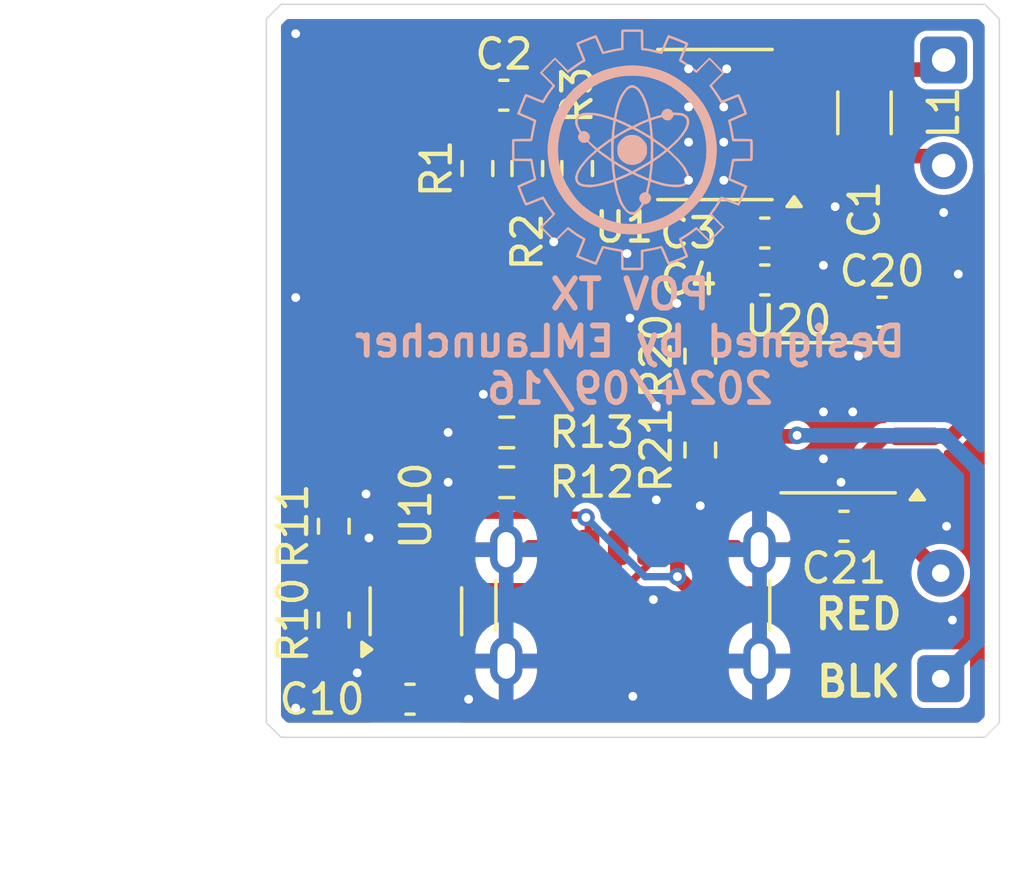
<source format=kicad_pcb>
(kicad_pcb (version 20240108) (generator "pcbnew") (generator_version "8.0")
  (title_block (title "POV_TX") (date "2024-09-16") (company "EMLauncher"))
  (layers (0 "F.Cu" signal) (31 "B.Cu" signal) (34 "B.Paste" user) (35 "F.Paste" user) (36 "B.SilkS" user "B.Silkscreen") (37 "F.SilkS" user "F.Silkscreen") (38 "B.Mask" user) (39 "F.Mask" user) (44 "Edge.Cuts" user))
  (net 0 "")
  (net 1 "+5V")
  (net 2 "Net-(L1-Pin_1)")
  (net 3 "Net-(U1-AIN)")
  (net 4 "Net-(U1-XXX)")
  (net 5 "GND")
  (net 6 "Net-(U10-VDD)")
  (net 7 "Net-(J1-CC2)")
  (net 8 "Net-(J1-CC1)")
  (net 9 "Net-(M1-Pin_2)")
  (net 10 "Net-(M1-Pin_1)")
  (net 11 "Net-(U1-FIN)")
  (net 12 "Net-(U10-CFG)")
  (net 13 "Net-(U20-VREF)")
  (footprint "Resistor_SMD:R_0603_1608Metric" (layer "F.Cu") (at 98.2 89.6 180)
    (property "Reference" "R13" (at -2.9 0 0) (layer "F.SilkS"))
    (property "Value" "5.1k")
    (pad "1" smd roundrect (at -0.825 0 180) (size 0.8 0.95) (layers "F.Cu" "F.Paste" "F.Mask") (net 7 "Net-(J1-CC2)"))
    (pad "2" smd roundrect (at 0.825 0 180) (size 0.8 0.95) (layers "F.Cu" "F.Paste" "F.Mask") (net 5 "GND"))
  )
  (footprint "Package_SO:SOIC-8_3.9x4.9mm_P1.27mm" (layer "F.Cu") (at 105.3 79.1 180)
    (property "Reference" "U1" (at 3.1 -3.5 0) (layer "F.SilkS"))
    (property "Value" "XKT-510")
    (pad "1" smd roundrect (at -2.475 -1.905 180) (size 1.95 0.6) (layers "F.Cu" "F.Paste" "F.Mask") (net 1 "+5V"))
    (pad "2" smd roundrect (at -2.475 -0.635 180) (size 1.95 0.6) (layers "F.Cu" "F.Paste" "F.Mask"))
    (pad "3" smd roundrect (at -2.475 0.635 180) (size 1.95 0.6) (layers "F.Cu" "F.Paste" "F.Mask") (net 2 "Net-(L1-Pin_1)"))
    (pad "4" smd roundrect (at -2.475 1.905 180) (size 1.95 0.6) (layers "F.Cu" "F.Paste" "F.Mask") (net 5 "GND"))
    (pad "5" smd roundrect (at 2.475 1.905 180) (size 1.95 0.6) (layers "F.Cu" "F.Paste" "F.Mask"))
    (pad "6" smd roundrect (at 2.475 0.635 180) (size 1.95 0.6) (layers "F.Cu" "F.Paste" "F.Mask") (net 3 "Net-(U1-AIN)"))
    (pad "7" smd roundrect (at 2.475 -0.635 180) (size 1.95 0.6) (layers "F.Cu" "F.Paste" "F.Mask") (net 11 "Net-(U1-FIN)"))
    (pad "8" smd roundrect (at 2.475 -1.905 180) (size 1.95 0.6) (layers "F.Cu" "F.Paste" "F.Mask") (net 4 "Net-(U1-XXX)"))
  )
  (footprint "Package_TO_SOT_SMD:SOT-23-6" (layer "F.Cu") (at 95.1 95.7 90)
    (property "Reference" "U10" (at 3.6 0 90) (layer "F.SilkS"))
    (property "Value" "CH221K")
    (pad "1" smd roundrect (at -1.1375 -0.95 90) (size 1.325 0.6) (layers "F.Cu" "F.Paste" "F.Mask") (net 6 "Net-(U10-VDD)"))
    (pad "2" smd roundrect (at -1.1375 0 90) (size 1.325 0.6) (layers "F.Cu" "F.Paste" "F.Mask") (net 5 "GND"))
    (pad "3" smd roundrect (at -1.1375 0.95 90) (size 1.325 0.6) (layers "F.Cu" "F.Paste" "F.Mask"))
    (pad "4" smd roundrect (at 1.1375 0.95 90) (size 1.325 0.6) (layers "F.Cu" "F.Paste" "F.Mask") (net 8 "Net-(J1-CC1)"))
    (pad "5" smd roundrect (at 1.1375 0 90) (size 1.325 0.6) (layers "F.Cu" "F.Paste" "F.Mask") (net 7 "Net-(J1-CC2)"))
    (pad "6" smd roundrect (at 1.1375 -0.95 90) (size 1.325 0.6) (layers "F.Cu" "F.Paste" "F.Mask") (net 12 "Net-(U10-CFG)"))
  )
  (footprint "Capacitor_SMD:C_0603_1608Metric" (layer "F.Cu") (at 107 82.8 180)
    (property "Reference" "C3" (at 2.6 0 0) (layer "F.SilkS"))
    (property "Value" "0.1u")
    (pad "1" smd roundrect (at -0.775 0 180) (size 0.9 0.95) (layers "F.Cu" "F.Paste" "F.Mask") (net 1 "+5V"))
    (pad "2" smd roundrect (at 0.775 0 180) (size 0.9 0.95) (layers "F.Cu" "F.Paste" "F.Mask") (net 5 "GND"))
  )
  (footprint "Capacitor_SMD:C_0603_1608Metric" (layer "F.Cu") (at 94.9 98.7)
    (property "Reference" "C10" (at -3 0 0) (layer "F.SilkS"))
    (property "Value" "1u")
    (pad "1" smd roundrect (at -0.775 0) (size 0.9 0.95) (layers "F.Cu" "F.Paste" "F.Mask") (net 6 "Net-(U10-VDD)"))
    (pad "2" smd roundrect (at 0.775 0) (size 0.9 0.95) (layers "F.Cu" "F.Paste" "F.Mask") (net 5 "GND"))
  )
  (footprint "Capacitor_SMD:C_1206_3216Metric" (layer "F.Cu") (at 110.4 78.7 90)
    (property "Reference" "C1" (at -3.3 0 90) (layer "F.SilkS"))
    (property "Value" "0.1u")
    (pad "1" smd roundrect (at -1.475 0 90) (size 1.15 1.8) (layers "F.Cu" "F.Paste" "F.Mask") (roundrect_rratio 0.217391) (net 1 "+5V"))
    (pad "2" smd roundrect (at 1.475 0 90) (size 1.15 1.8) (layers "F.Cu" "F.Paste" "F.Mask") (roundrect_rratio 0.217391) (net 2 "Net-(L1-Pin_1)"))
  )
  (footprint "Capacitor_SMD:C_0603_1608Metric" (layer "F.Cu") (at 98.1 78.1)
    (property "Reference" "C2" (at 0 -1.4 0) (layer "F.SilkS"))
    (property "Value" "1n")
    (pad "1" smd roundrect (at -0.775 0) (size 0.9 0.95) (layers "F.Cu" "F.Paste" "F.Mask") (net 3 "Net-(U1-AIN)"))
    (pad "2" smd roundrect (at 0.775 0) (size 0.9 0.95) (layers "F.Cu" "F.Paste" "F.Mask") (net 4 "Net-(U1-XXX)"))
  )
  (footprint "Resistor_SMD:R_0603_1608Metric" (layer "F.Cu") (at 104.8 87 -90)
    (property "Reference" "R20" (at 0 1.5 90) (layer "F.SilkS"))
    (property "Value" "20k")
    (pad "1" smd roundrect (at -0.825 0 270) (size 0.8 0.95) (layers "F.Cu" "F.Paste" "F.Mask") (net 1 "+5V"))
    (pad "2" smd roundrect (at 0.825 0 270) (size 0.8 0.95) (layers "F.Cu" "F.Paste" "F.Mask") (net 13 "Net-(U20-VREF)"))
  )
  (footprint "Connector_Wire:SolderWire-0.1sqmm_1x02_P3.6mm_D0.4mm_OD1mm" (layer "F.Cu") (at 113.1 76.9 -90)
    (property "Reference" "L1" (at 1.8 0 90) (layer "F.SilkS"))
    (property "Value" "30u")
    (pad "1" thru_hole roundrect (at 0 0 270) (size 1.6 1.6) (drill 0.8) (layers "*.Cu" "*.Mask") (roundrect_rratio 0.15625) (net 2 "Net-(L1-Pin_1)"))
    (pad "2" thru_hole circle (at 3.6 0 270) (size 1.6 1.6) (drill 0.8) (layers "*.Cu" "*.Mask") (net 1 "+5V"))
  )
  (footprint "Resistor_SMD:R_0603_1608Metric" (layer "F.Cu") (at 92.3 96 90)
    (property "Reference" "R10" (at 0 -1.4 90) (layer "F.SilkS"))
    (property "Value" "10k")
    (pad "1" smd roundrect (at -0.825 0 90) (size 0.8 0.95) (layers "F.Cu" "F.Paste" "F.Mask") (net 6 "Net-(U10-VDD)"))
    (pad "2" smd roundrect (at 0.825 0 90) (size 0.8 0.95) (layers "F.Cu" "F.Paste" "F.Mask") (net 12 "Net-(U10-CFG)"))
  )
  (footprint "Resistor_SMD:R_0603_1608Metric" (layer "F.Cu") (at 97.2 80.6 90)
    (property "Reference" "R1" (at 0 -1.4 90) (layer "F.SilkS"))
    (property "Value" "47k")
    (pad "1" smd roundrect (at -0.825 0 90) (size 0.8 0.95) (layers "F.Cu" "F.Paste" "F.Mask") (net 1 "+5V"))
    (pad "2" smd roundrect (at 0.825 0 90) (size 0.8 0.95) (layers "F.Cu" "F.Paste" "F.Mask") (net 3 "Net-(U1-AIN)"))
  )
  (footprint "Connector_USB:USB_C_Receptacle_GCT_USB4125-xx-x-0190_6P_TopMnt_Horizontal" (layer "F.Cu") (at 102.5 96.6)
    (property "Reference" "J1" (hide yes))
    (property "Value" "USB_C_PD_6P")
    (pad "A5" smd roundrect (at -0.5 -3.08) (size 0.7 1.2) (layers "F.Cu" "F.Paste" "F.Mask") (net 8 "Net-(J1-CC1)"))
    (pad "A9" smd roundrect (at 1.52 -3.08 180) (size 0.76 1.2) (layers "F.Cu" "F.Paste" "F.Mask") (net 1 "+5V"))
    (pad "A12" smd roundrect (at 2.75 -3.08 180) (size 0.8 1.2) (layers "F.Cu" "F.Paste" "F.Mask") (net 5 "GND"))
    (pad "B5" smd roundrect (at 0.5 -3.08 180) (size 0.7 1.2) (layers "F.Cu" "F.Paste" "F.Mask") (net 7 "Net-(J1-CC2)"))
    (pad "B9" smd roundrect (at -1.52 -3.08) (size 0.76 1.2) (layers "F.Cu" "F.Paste" "F.Mask") (net 1 "+5V"))
    (pad "B12" smd roundrect (at -2.75 -3.08) (size 0.8 1.2) (layers "F.Cu" "F.Paste" "F.Mask") (net 5 "GND"))
    (pad "S1" thru_hole oval (at -4.32 -3) (size 1.1 1.7) (drill oval 0.6 1.2) (layers "*.Cu" "*.Mask" "F.Paste") (net 5 "GND"))
    (pad "S1" thru_hole oval (at -4.32 0.8) (size 1.1 1.7) (drill oval 0.6 1.2) (layers "*.Cu" "*.Mask" "F.Paste") (net 5 "GND"))
    (pad "S1" thru_hole oval (at 4.32 -3) (size 1.1 1.7) (drill oval 0.6 1.2) (layers "*.Cu" "*.Mask" "F.Paste") (net 5 "GND"))
    (pad "S1" thru_hole oval (at 4.32 0.8) (size 1.1 1.7) (drill oval 0.6 1.2) (layers "*.Cu" "*.Mask" "F.Paste") (net 5 "GND"))
  )
  (footprint "Capacitor_SMD:C_0603_1608Metric" (layer "F.Cu") (at 111 85.5 180)
    (property "Reference" "C20" (at 0 1.4 0) (layer "F.SilkS"))
    (property "Value" "0.1u")
    (pad "1" smd roundrect (at -0.775 0 180) (size 0.9 0.95) (layers "F.Cu" "F.Paste" "F.Mask") (net 1 "+5V"))
    (pad "2" smd roundrect (at 0.775 0 180) (size 0.9 0.95) (layers "F.Cu" "F.Paste" "F.Mask") (net 5 "GND"))
  )
  (footprint "Capacitor_SMD:C_0603_1608Metric" (layer "F.Cu") (at 109.7 92.8 180)
    (property "Reference" "C21" (at 0 -1.43 0) (layer "F.SilkS"))
    (property "Value" "10u")
    (pad "1" smd roundrect (at -0.775 0 180) (size 0.9 0.95) (layers "F.Cu" "F.Paste" "F.Mask") (net 1 "+5V"))
    (pad "2" smd roundrect (at 0.775 0 180) (size 0.9 0.95) (layers "F.Cu" "F.Paste" "F.Mask") (net 5 "GND"))
  )
  (footprint "Capacitor_SMD:C_0603_1608Metric" (layer "F.Cu") (at 107 84.4 180)
    (property "Reference" "C4" (at 2.6 0 0) (layer "F.SilkS"))
    (property "Value" "10u")
    (pad "1" smd roundrect (at -0.775 0 180) (size 0.9 0.95) (layers "F.Cu" "F.Paste" "F.Mask") (net 1 "+5V"))
    (pad "2" smd roundrect (at 0.775 0 180) (size 0.9 0.95) (layers "F.Cu" "F.Paste" "F.Mask") (net 5 "GND"))
  )
  (footprint "Package_SO:SOP-8_3.9x4.9mm_P1.27mm" (layer "F.Cu") (at 109.5 89.1 180)
    (property "Reference" "U20" (at 1.7 3.3 0) (layer "F.SilkS"))
    (property "Value" "BD621xF")
    (pad "1" smd roundrect (at -2.625 -1.905 180) (size 1.65 0.6) (layers "F.Cu" "F.Paste" "F.Mask") (net 9 "Net-(M1-Pin_2)"))
    (pad "2" smd roundrect (at -2.625 -0.635 180) (size 1.65 0.6) (layers "F.Cu" "F.Paste" "F.Mask") (net 1 "+5V"))
    (pad "3" smd roundrect (at -2.625 0.635 180) (size 1.65 0.6) (layers "F.Cu" "F.Paste" "F.Mask") (net 1 "+5V"))
    (pad "4" smd roundrect (at -2.625 1.905 180) (size 1.65 0.6) (layers "F.Cu" "F.Paste" "F.Mask") (net 1 "+5V"))
    (pad "5" smd roundrect (at 2.625 1.905 180) (size 1.65 0.6) (layers "F.Cu" "F.Paste" "F.Mask") (net 5 "GND"))
    (pad "6" smd roundrect (at 2.625 0.635 180) (size 1.65 0.6) (layers "F.Cu" "F.Paste" "F.Mask") (net 13 "Net-(U20-VREF)"))
    (pad "7" smd roundrect (at 2.625 -0.635 180) (size 1.65 0.6) (layers "F.Cu" "F.Paste" "F.Mask") (net 10 "Net-(M1-Pin_1)"))
    (pad "8" smd roundrect (at 2.625 -1.905 180) (size 1.65 0.6) (layers "F.Cu" "F.Paste" "F.Mask") (net 5 "GND"))
  )
  (footprint "Resistor_SMD:R_0603_1608Metric" (layer "F.Cu") (at 104.8 90.2 -90)
    (property "Reference" "R21" (at 0 1.5 90) (layer "F.SilkS"))
    (property "Value" "6.8k")
    (pad "1" smd roundrect (at -0.825 0 270) (size 0.8 0.95) (layers "F.Cu" "F.Paste" "F.Mask") (net 13 "Net-(U20-VREF)"))
    (pad "2" smd roundrect (at 0.825 0 270) (size 0.8 0.95) (layers "F.Cu" "F.Paste" "F.Mask") (net 5 "GND"))
  )
  (footprint "Resistor_SMD:R_0603_1608Metric" (layer "F.Cu") (at 100.6 80.6 90)
    (property "Reference" "R3" (at 2.5 0 90) (layer "F.SilkS"))
    (property "Value" "9.1k")
    (pad "1" smd roundrect (at -0.825 0 90) (size 0.8 0.95) (layers "F.Cu" "F.Paste" "F.Mask") (net 4 "Net-(U1-XXX)"))
    (pad "2" smd roundrect (at 0.825 0 90) (size 0.8 0.95) (layers "F.Cu" "F.Paste" "F.Mask") (net 11 "Net-(U1-FIN)"))
  )
  (footprint "Resistor_SMD:R_0603_1608Metric" (layer "F.Cu") (at 92.3 92.8 -90)
    (property "Reference" "R11" (at 0 1.4 90) (layer "F.SilkS"))
    (property "Value" "1k")
    (pad "1" smd roundrect (at -0.825 0 270) (size 0.8 0.95) (layers "F.Cu" "F.Paste" "F.Mask") (net 1 "+5V"))
    (pad "2" smd roundrect (at 0.825 0 270) (size 0.8 0.95) (layers "F.Cu" "F.Paste" "F.Mask") (net 6 "Net-(U10-VDD)"))
  )
  (footprint "Resistor_SMD:R_0603_1608Metric" (layer "F.Cu") (at 98.9 80.6 90)
    (property "Reference" "R2" (at -2.5 0 90) (layer "F.SilkS"))
    (property "Value" "47k")
    (pad "1" smd roundrect (at -0.825 0 90) (size 0.8 0.95) (layers "F.Cu" "F.Paste" "F.Mask") (net 1 "+5V"))
    (pad "2" smd roundrect (at 0.825 0 90) (size 0.8 0.95) (layers "F.Cu" "F.Paste" "F.Mask") (net 4 "Net-(U1-XXX)"))
  )
  (footprint "Resistor_SMD:R_0603_1608Metric" (layer "F.Cu") (at 98.2 91.3 180)
    (property "Reference" "R12" (at -2.9 0 0) (layer "F.SilkS"))
    (property "Value" "5.1k")
    (pad "1" smd roundrect (at -0.825 0 180) (size 0.8 0.95) (layers "F.Cu" "F.Paste" "F.Mask") (net 8 "Net-(J1-CC1)"))
    (pad "2" smd roundrect (at 0.825 0 180) (size 0.8 0.95) (layers "F.Cu" "F.Paste" "F.Mask") (net 5 "GND"))
  )
  (footprint "Connector_Wire:SolderWire-0.1sqmm_1x02_P3.6mm_D0.4mm_OD1mm" (layer "F.Cu") (at 113 98 90)
    (property "Reference" "M1" (hide yes))
    (property "Value" "Motor")
    (pad "1" thru_hole roundrect (at 0 0 90) (size 1.6 1.6) (drill 0.6) (layers "*.Cu" "*.Mask") (roundrect_rratio 0.15625) (net 10 "Net-(M1-Pin_1)"))
    (pad "2" thru_hole circle (at 3.6 0 90) (size 1.6 1.6) (drill 0.6) (layers "*.Cu" "*.Mask") (net 9 "Net-(M1-Pin_2)"))
  )
  (footprint "myLogos_Global:logo_small" (layer "B.Cu") (at 102.5 80 180)
    (property "Reference" "G***" (hide yes))
    (property "Value" "LOGO" (hide yes))
  )
  (gr_line (start 115 75.5) (end 114.5 75) (stroke (width 0.05)) (layer "Edge.Cuts"))
  (gr_line (start 90.5 100) (end 114.5 100) (stroke (width 0.05)) (layer "Edge.Cuts"))
  (gr_line (start 90 75.5) (end 90 99.5) (stroke (width 0.05)) (layer "Edge.Cuts"))
  (gr_line (start 114.5 75) (end 90.5 75) (stroke (width 0.05)) (layer "Edge.Cuts"))
  (gr_line (start 114.5 100) (end 115 99.5) (stroke (width 0.05)) (layer "Edge.Cuts"))
  (gr_line (start 90.5 75) (end 90 75.5) (stroke (width 0.05)) (layer "Edge.Cuts"))
  (gr_line (start 90.5 100) (end 90 99.5) (stroke (width 0.05)) (layer "Edge.Cuts"))
  (gr_line (start 115 99.5) (end 115 75.5) (stroke (width 0.05)) (layer "Edge.Cuts"))
  (gr_text "POV TX\nDesigned by EMLauncher\n2024/09/16" (at 102.4 86.5 0) (layer "B.SilkS") (effects (font (size 1 1) (thickness 0.2) (bold yes)) (justify mirror)))
  (gr_text "RED" (at 110.2 95.8 0) (layer "F.SilkS") (effects (font (size 1 1) (thickness 0.2) (bold yes))))
  (gr_text "BLK" (at 110.2 98.1 0) (layer "F.SilkS") (effects (font (size 1 1) (thickness 0.2) (bold yes))))
  (segment (start 100.825 92.425) (end 92.75 92.425) (width 0.25) (layer "F.Cu") (net 1))
  (segment (start 113.8 85.7) (end 110.9 82.8) (width 0.5) (layer "F.Cu") (net 1))
  (segment (start 112.125 87.195) (end 112.125 88.465) (width 0.25) (layer "F.Cu") (net 1))
  (segment (start 107.775 81.005) (end 107.775 82.8) (width 0.5) (layer "F.Cu") (net 1))
  (segment (start 107.775 82.8) (end 107.775 84.4) (width 0.5) (layer "F.Cu") (net 1))
  (segment (start 108.175 95.1) (end 110.475 92.8) (width 0.5) (layer "F.Cu") (net 1))
  (segment (start 104.6 95.1) (end 108.175 95.1) (width 0.5) (layer "F.Cu") (net 1))
  (segment (start 104 93.5) (end 104.02 93.52) (width 0.25) (layer "F.Cu") (net 1))
  (segment (start 107.484052 84.4) (end 107.775 84.4) (width 0.25) (layer "F.Cu") (net 1))
  (segment (start 111.065 89.735) (end 112.125 89.735) (width 0.5) (layer "F.Cu") (net 1))
  (segment (start 104.02 94.52) (end 104.6 95.1) (width 0.5) (layer "F.Cu") (net 1))
  (segment (start 104.8 86.175) (end 104 86.175) (width 0.25) (layer "F.Cu") (net 1))
  (segment (start 104.02 93.52) (end 104.02 94.52) (width 0.5) (layer "F.Cu") (net 1))
  (segment (start 92.75 92.425) (end 92.3 91.975) (width 0.25) (layer "F.Cu") (net 1))
  (segment (start 104 86.175) (end 104 93.5) (width 0.25) (layer "F.Cu") (net 1))
  (segment (start 112.125 87.195) (end 112.125 85.85) (width 0.25) (layer "F.Cu") (net 1))
  (segment (start 100.9 92.5) (end 100.825 92.425) (width 0.25) (layer "F.Cu") (net 1))
  (segment (start 110.475 90.325) (end 111.065 89.735) (width 0.5) (layer "F.Cu") (net 1))
  (segment (start 100.98 93.52) (end 100.98 92.58) (width 0.25) (layer "F.Cu") (net 1))
  (segment (start 112.125 85.85) (end 111.775 85.5) (width 0.25) (layer "F.Cu") (net 1))
  (segment (start 109.575 84.6) (end 110.875 84.6) (width 0.25) (layer "F.Cu") (net 1))
  (segment (start 98.9 81.425) (end 99.25 81.425) (width 0.25) (layer "F.Cu") (net 1))
  (segment (start 99.25 81.425) (end 104 86.175) (width 0.25) (layer "F.Cu") (net 1))
  (segment (start 112.775 80.175) (end 113.1 80.5) (width 0.5) (layer "F.Cu") (net 1))
  (segment (start 108 86.175) (end 109.575 84.6) (width 0.25) (layer "F.Cu") (net 1))
  (segment (start 110.9 82.8) (end 107.775 82.8) (width 0.5) (layer "F.Cu") (net 1))
  (segment (start 107.775 81.005) (end 109.295 81.005) (width 0.5) (layer "F.Cu") (net 1))
  (segment (start 109.295 81.005) (end 110.125 80.175) (width 0.5) (layer "F.Cu") (net 1))
  (segment (start 104.8 86.175) (end 108 86.175) (width 0.25) (layer "F.Cu") (net 1))
  (segment (start 113.8 89.3) (end 113.8 85.7) (width 0.5) (layer "F.Cu") (net 1))
  (segment (start 110.875 84.6) (end 111.775 85.5) (width 0.25) (layer "F.Cu") (net 1))
  (segment (start 97.2 81.425) (end 98.9 81.425) (width 0.25) (layer "F.Cu") (net 1))
  (segment (start 112.125 89.735) (end 113.365 89.735) (width 0.5) (layer "F.Cu") (net 1))
  (segment (start 110.4 80.175) (end 112.775 80.175) (width 0.5) (layer "F.Cu") (net 1))
  (segment (start 110.125 80.175) (end 110.4 80.175) (width 0.5) (layer "F.Cu") (net 1))
  (segment (start 100.98 92.58) (end 100.9 92.5) (width 0.25) (layer "F.Cu") (net 1))
  (segment (start 113.365 89.735) (end 113.8 89.3) (width 0.5) (layer "F.Cu") (net 1))
  (segment (start 110.475 92.8) (end 110.475 90.325) (width 0.5) (layer "F.Cu") (net 1))
  (via (at 104.02 94.52) (size 0.6) (drill 0.3) (layers "F.Cu" "B.Cu") (net 1))
  (via (at 100.9 92.5) (size 0.6) (drill 0.3) (layers "F.Cu" "B.Cu") (net 1))
  (segment (start 102.92 94.52) (end 104.02 94.52) (width 0.25) (layer "B.Cu") (net 1))
  (segment (start 100.9 92.5) (end 102.92 94.52) (width 0.25) (layer "B.Cu") (net 1))
  (segment (start 112.775 77.225) (end 113.1 76.9) (width 0.5) (layer "F.Cu") (net 2))
  (segment (start 110.4 77.225) (end 112.775 77.225) (width 0.5) (layer "F.Cu") (net 2))
  (segment (start 107.775 78.465) (end 108.835 78.465) (width 0.5) (layer "F.Cu") (net 2))
  (segment (start 110.075 77.225) (end 110.4 77.225) (width 0.5) (layer "F.Cu") (net 2))
  (segment (start 108.835 78.465) (end 110.075 77.225) (width 0.5) (layer "F.Cu") (net 2))
  (segment (start 97.2 79.775) (end 97.2 78.225) (width 0.25) (layer "F.Cu") (net 3))
  (segment (start 98.1 77.3) (end 99.56 77.3) (width 0.25) (layer "F.Cu") (net 3))
  (segment (start 97.2 78.225) (end 97.325 78.1) (width 0.25) (layer "F.Cu") (net 3))
  (segment (start 99.56 77.3) (end 100.725 78.465) (width 0.25) (layer "F.Cu") (net 3))
  (segment (start 97.325 78.1) (end 97.325 78.075) (width 0.25) (layer "F.Cu") (net 3))
  (segment (start 97.325 78.075) (end 98.1 77.3) (width 0.25) (layer "F.Cu") (net 3))
  (segment (start 100.725 78.465) (end 102.825 78.465) (width 0.25) (layer "F.Cu") (net 3))
  (segment (start 98.9 79.775) (end 98.95 79.775) (width 0.25) (layer "F.Cu") (net 4))
  (segment (start 101.02 81.005) (end 100.6 81.425) (width 0.25) (layer "F.Cu") (net 4))
  (segment (start 98.95 79.775) (end 100.6 81.425) (width 0.25) (layer "F.Cu") (net 4))
  (segment (start 98.875 79.75) (end 98.9 79.775) (width 0.25) (layer "F.Cu") (net 4))
  (segment (start 102.825 81.005) (end 101.02 81.005) (width 0.25) (layer "F.Cu") (net 4))
  (segment (start 98.875 78.1) (end 98.875 79.75) (width 0.25) (layer "F.Cu") (net 4))
  (segment (start 106.225 84.4) (end 106.225 82.8) (width 0.5) (layer "F.Cu") (net 5))
  (segment (start 108.405 91.005) (end 106.875 91.005) (width 0.5) (layer "F.Cu") (net 5))
  (segment (start 108.53 87.195) (end 106.875 87.195) (width 0.25) (layer "F.Cu") (net 5))
  (segment (start 108.925 91.525) (end 108.405 91.005) (width 0.5) (layer "F.Cu") (net 5))
  (segment (start 108.7 92.8) (end 107.9 93.6) (width 0.5) (layer "F.Cu") (net 5))
  (segment (start 106.225 77.770001) (end 106.225 82.8) (width 0.5) (layer "F.Cu") (net 5))
  (segment (start 104.8 91.025) (end 106.855 91.025) (width 0.25) (layer "F.Cu") (net 5))
  (segment (start 97.375 89.6) (end 97.375 91.3) (width 0.25) (layer "F.Cu") (net 5))
  (segment (start 108.725 90.685) (end 108.405 91.005) (width 0.25) (layer "F.Cu") (net 5))
  (segment (start 107.775 77.195) (end 106.800001 77.195) (width 0.5) (layer "F.Cu") (net 5))
  (segment (start 108.53 87.195) (end 108.53 89.13) (width 0.25) (layer "F.Cu") (net 5))
  (segment (start 109 90.5) (end 108.725 90.685) (width 0.25) (layer "F.Cu") (net 5))
  (segment (start 107.9 93.6) (end 106.82 93.6) (width 0.5) (layer "F.Cu") (net 5))
  (segment (start 95.1 98.125) (end 95.675 98.7) (width 0.25) (layer "F.Cu") (net 5))
  (segment (start 110.225 85.5) (end 108.53 87.195) (width 0.25) (layer "F.Cu") (net 5))
  (segment (start 108.925 92.8) (end 108.925 91.525) (width 0.5) (layer "F.Cu") (net 5))
  (segment (start 95.1 96.8375) (end 95.1 98.125) (width 0.25) (layer "F.Cu") (net 5))
  (segment (start 108.53 89.13) (end 108.725 89.325) (width 0.25) (layer "F.Cu") (net 5))
  (segment (start 106.855 91.025) (end 106.875 91.005) (width 0.25) (layer "F.Cu") (net 5))
  (segment (start 108.725 89.325) (end 109 90.5) (width 0.25) (layer "F.Cu") (net 5))
  (segment (start 97.375 91.3) (end 96.2 91.3) (width 0.25) (layer "F.Cu") (net 5))
  (segment (start 106.800001 77.195) (end 106.225 77.770001) (width 0.5) (layer "F.Cu") (net 5))
  (segment (start 108.925 92.8) (end 108.7 92.8) (width 0.5) (layer "F.Cu") (net 5))
  (via (at 103.3 88.7) (size 0.6) (drill 0.3) (layers "F.Cu" "B.Cu") (net 5))
  (via (at 113.6 84.2) (size 0.6) (drill 0.3) (layers "F.Cu" "B.Cu") (net 5))
  (via (at 113.2 92.8) (size 0.6) (drill 0.3) (layers "F.Cu" "B.Cu") (net 5))
  (via (at 91 76) (size 0.6) (drill 0.3) (layers "F.Cu" "B.Cu") (net 5))
  (via (at 93.4 91.7) (size 0.6) (drill 0.3) (layers "F.Cu" "B.Cu") (net 5))
  (via (at 104.4 81) (size 0.6) (drill 0.3) (layers "F.Cu" "B.Cu") (net 5))
  (via (at 103.3 91.9) (size 0.6) (drill 0.3) (layers "F.Cu" "B.Cu") (net 5))
  (via (at 104.4 79.7) (size 0.6) (drill 0.3) (layers "F.Cu" "B.Cu") (net 5))
  (via (at 102.5 98.6) (size 0.6) (drill 0.3) (layers "F.Cu" "B.Cu") (net 5))
  (via (at 105.6 78.5) (size 0.6) (drill 0.3) (layers "F.Cu" "B.Cu") (net 5))
  (via (at 109.6 91.3) (size 0.6) (drill 0.3) (layers "F.Cu" "B.Cu") (net 5))
  (via (at 104 85.2) (size 0.6) (drill 0.3) (layers "F.Cu" "B.Cu") (net 5))
  (via (at 105.6 81) (size 0.6) (drill 0.3) (layers "F.Cu" "B.Cu") (net 5))
  (via (at 104.8 92.1) (size 0.6) (drill 0.3) (layers "F.Cu" "B.Cu") (net 5))
  (via (at 109 88.9) (size 0.6) (drill 0.3) (layers "F.Cu" "B.Cu") (net 5))
  (via (at 110 88.9) (size 0.6) (drill 0.3) (layers "F.Cu" "B.Cu") (net 5))
  (via (at 105.7 77.2) (size 0.6) (drill 0.3) (layers "F.Cu" "B.Cu") (net 5))
  (via (at 104.4 77.2) (size 0.6) (drill 0.3) (layers "F.Cu" "B.Cu") (net 5))
  (via (at 97.4 88.3) (size 0.6) (drill 0.3) (layers "F.Cu" "B.Cu") (net 5))
  (via (at 104.4 78.5) (size 0.6) (drill 0.3) (layers "F.Cu" "B.Cu") (net 5))
  (via (at 105.6 79.7) (size 0.6) (drill 0.3) (layers "F.Cu" "B.Cu") (net 5))
  (via (at 110.2 87) (size 0.6) (drill 0.3) (layers "F.Cu" "B.Cu") (net 5))
  (via (at 91 85) (size 0.6) (drill 0.3) (layers "F.Cu" "B.Cu") (net 5))
  (via (at 103.2 95.3) (size 0.6) (drill 0.3) (layers "F.Cu" "B.Cu") (net 5))
  (via (at 91 99) (size 0.6) (drill 0.3) (layers "F.Cu" "B.Cu") (net 5))
  (via (at 99.8 83.1) (size 0.6) (drill 0.3) (layers "F.Cu" "B.Cu") (net 5))
  (via (at 102.4 85.7) (size 0.6) (drill 0.3) (layers "F.Cu" "B.Cu") (net 5))
  (via (at 109.4 81.9) (size 0.6) (drill 0.3) (layers "F.Cu" "B.Cu") (net 5))
  (via (at 96.9 98.7) (size 0.6) (drill 0.3) (layers "F.Cu" "B.Cu") (net 5))
  (via (at 93.1 97.8) (size 0.6) (drill 0.3) (layers "F.Cu" "B.Cu") (net 5))
  (via (at 113.4 96) (size 0.6) (drill 0.3) (layers "F.Cu" "B.Cu") (net 5))
  (via (at 102.3 83.5) (size 0.6) (drill 0.3) (layers "F.Cu" "B.Cu") (net 5))
  (via (at 96.2 89.6) (size 0.6) (drill 0.3) (layers "F.Cu" "B.Cu") (net 5))
  (via (at 93.5 93.2) (size 0.6) (drill 0.3) (layers "F.Cu" "B.Cu") (net 5))
  (via (at 113.1 82.1) (size 0.6) (drill 0.3) (layers "F.Cu" "B.Cu") (net 5))
  (via (at 109 83.9) (size 0.6) (drill 0.3) (layers "F.Cu" "B.Cu") (net 5))
  (via (at 109 90.5) (size 0.6) (drill 0.3) (layers "F.Cu" "B.Cu") (net 5))
  (via (at 96.2 91.3) (size 0.6) (drill 0.3) (layers "F.Cu" "B.Cu") (net 5))
  (segment (start 92.3125 96.8375) (end 92.3 96.825) (width 0.25) (layer "F.Cu") (net 6))
  (segment (start 91.5 94.425) (end 91.5 96.025) (width 0.25) (layer "F.Cu") (net 6))
  (segment (start 94.15 96.8375) (end 92.3125 96.8375) (width 0.25) (layer "F.Cu") (net 6))
  (segment (start 94.15 98.675) (end 94.125 98.7) (width 0.25) (layer "F.Cu") (net 6))
  (segment (start 92.3 93.625) (end 91.5 94.425) (width 0.25) (layer "F.Cu") (net 6))
  (segment (start 91.5 96.025) (end 92.3 96.825) (width 0.25) (layer "F.Cu") (net 6))
  (segment (start 94.15 96.8375) (end 94.15 98.675) (width 0.25) (layer "F.Cu") (net 6))
  (segment (start 101.823896 95.3125) (end 103 94.136396) (width 0.25) (layer "F.Cu") (net 7))
  (segment (start 95.1 94.5625) (end 95.1 95.224999) (width 0.25) (layer "F.Cu") (net 7))
  (segment (start 100.1 89.6) (end 99.025 89.6) (width 0.25) (layer "F.Cu") (net 7))
  (segment (start 95.475001 95.6) (end 96.4 95.6) (width 0.25) (layer "F.Cu") (net 7))
  (segment (start 95.1 95.224999) (end 95.475001 95.6) (width 0.25) (layer "F.Cu") (net 7))
  (segment (start 96.6875 95.3125) (end 101.823896 95.3125) (width 0.25) (layer "F.Cu") (net 7))
  (segment (start 103 94.136396) (end 103 93.52) (width 0.25) (layer "F.Cu") (net 7))
  (segment (start 96.4 95.6) (end 96.6875 95.3125) (width 0.25) (layer "F.Cu") (net 7))
  (segment (start 103 93.52) (end 103 92.5) (width 0.25) (layer "F.Cu") (net 7))
  (segment (start 103 92.5) (end 100.1 89.6) (width 0.25) (layer "F.Cu") (net 7))
  (segment (start 96.05 94.5625) (end 96.35 94.8625) (width 0.25) (layer "F.Cu") (net 8))
  (segment (start 102 93.52) (end 102 92.2) (width 0.25) (layer "F.Cu") (net 8))
  (segment (start 102 94.5) (end 102 93.52) (width 0.25) (layer "F.Cu") (net 8))
  (segment (start 101.1 91.3) (end 99.025 91.3) (width 0.25) (layer "F.Cu") (net 8))
  (segment (start 96.35 94.8625) (end 101.6375 94.8625) (width 0.25) (layer "F.Cu") (net 8))
  (segment (start 101.6375 94.8625) (end 102 94.5) (width 0.25) (layer "F.Cu") (net 8))
  (segment (start 102 92.2) (end 101.1 91.3) (width 0.25) (layer "F.Cu") (net 8))
  (segment (start 112.125 93.525) (end 113 94.4) (width 0.5) (layer "F.Cu") (net 9))
  (segment (start 112.125 91.005) (end 112.125 93.525) (width 0.5) (layer "F.Cu") (net 9))
  (segment (start 106.875 89.735) (end 108.065 89.735) (width 0.5) (layer "F.Cu") (net 10))
  (segment (start 108.065 89.735) (end 108.1 89.7) (width 0.5) (layer "F.Cu") (net 10))
  (via (at 108.1 89.7) (size 0.6) (drill 0.3) (layers "F.Cu" "B.Cu") (net 10))
  (segment (start 113.1 89.7) (end 114.25 90.85) (width 0.5) (layer "B.Cu") (net 10))
  (segment (start 114.25 90.85) (end 114.25 96.75) (width 0.5) (layer "B.Cu") (net 10))
  (segment (start 114.25 96.75) (end 113 98) (width 0.5) (layer "B.Cu") (net 10))
  (segment (start 108.1 89.7) (end 113.1 89.7) (width 0.5) (layer "B.Cu") (net 10))
  (segment (start 102.785 79.775) (end 102.825 79.735) (width 0.25) (layer "F.Cu") (net 11))
  (segment (start 100.6 79.775) (end 102.785 79.775) (width 0.25) (layer "F.Cu") (net 11))
  (segment (start 94.15 94.5625) (end 94.15 94.95) (width 0.25) (layer "F.Cu") (net 12))
  (segment (start 93.925 95.175) (end 92.3 95.175) (width 0.25) (layer "F.Cu") (net 12))
  (segment (start 94.15 94.95) (end 93.925 95.175) (width 0.25) (layer "F.Cu") (net 12))
  (segment (start 105.565 88.465) (end 105.71 88.465) (width 0.25) (layer "F.Cu") (net 13))
  (segment (start 104.8 87.825) (end 104.925 87.825) (width 0.25) (layer "F.Cu") (net 13))
  (segment (start 105.71 88.465) (end 106.875 88.465) (width 0.25) (layer "F.Cu") (net 13))
  (segment (start 104.8 89.375) (end 105.71 88.465) (width 0.25) (layer "F.Cu") (net 13))
  (segment (start 104.925 87.825) (end 105.565 88.465) (width 0.25) (layer "F.Cu") (net 13))
  (zone (net 0) (net_name "") (layer "F.Cu") (connect_pads (clearance 0)) (min_thickness 0.25)
    (keepout (tracks allowed) (vias allowed) (pads allowed) (copperpour not_allowed) (footprints allowed))
    (fill (thermal_gap 0.5) (thermal_bridge_width 0.5))
    (polygon (pts (xy 107.6 88.4) (xy 107.6 89.4) (xy 107.8 89.4) (xy 107.8 88.4)))
  )
  (zone (net 0) (net_name "") (layer "F.Cu") (connect_pads (clearance 0)) (min_thickness 0.25)
    (keepout (tracks allowed) (vias allowed) (pads allowed) (copperpour not_allowed) (footprints allowed))
    (fill (thermal_gap 0.5) (thermal_bridge_width 0.5))
    (polygon (pts (xy 102.6 94.6) (xy 102.6 94.9) (xy 103.9 94.9) (xy 103.9 94.6)))
  )
  (zone (net 0) (net_name "") (layer "F.Cu") (connect_pads (clearance 0)) (min_thickness 0.25)
    (keepout (tracks allowed) (vias allowed) (pads allowed) (copperpour not_allowed) (footprints allowed))
    (fill (thermal_gap 0.5) (thermal_bridge_width 0.5))
    (polygon (pts (xy 101.7 80.9) (xy 101.7 83.8) (xy 101.9 83.8) (xy 101.9 80.9)))
  )
  (zone (net 0) (net_name "") (layer "F.Cu") (connect_pads (clearance 0)) (min_thickness 0.25)
    (keepout (tracks allowed) (vias allowed) (pads allowed) (copperpour not_allowed) (footprints allowed))
    (fill (thermal_gap 0.5) (thermal_bridge_width 0.5))
    (polygon (pts (xy 108.2 75.5) (xy 108.2 76.5) (xy 108.4 76.5) (xy 108.4 75.5)))
  )
  (zone (net 0) (net_name "") (layer "F.Cu") (connect_pads (clearance 0)) (min_thickness 0.25)
    (keepout (tracks allowed) (vias allowed) (pads allowed) (copperpour not_allowed) (footprints allowed))
    (fill (thermal_gap 0.5) (thermal_bridge_width 0.5))
    (polygon (pts (xy 110.3 92.5) (xy 110.3 93.5) (xy 111.9 93.5) (xy 111.9 92.5)))
  )
  (zone (net 0) (net_name "") (layer "F.Cu") (connect_pads (clearance 0)) (min_thickness 0.25)
    (keepout (tracks allowed) (vias allowed) (pads allowed) (copperpour not_allowed) (footprints allowed))
    (fill (thermal_gap 0.5) (thermal_bridge_width 0.5))
    (polygon (pts (xy 111.2 80.5) (xy 111.2 80.7) (xy 115 80.7) (xy 115 80.5)))
  )
  (zone (net 0) (net_name "") (layer "F.Cu") (connect_pads (clearance 0)) (min_thickness 0.25)
    (keepout (tracks allowed) (vias allowed) (pads allowed) (copperpour not_allowed) (footprints allowed))
    (fill (thermal_gap 0.5) (thermal_bridge_width 0.5))
    (polygon (pts (xy 102.6 92.3) (xy 102.6 92.6) (xy 103.9 92.6) (xy 103.9 92.3)))
  )
  (zone (net 0) (net_name "") (layer "F.Cu") (connect_pads (clearance 0)) (min_thickness 0.25)
    (keepout (tracks allowed) (vias allowed) (pads allowed) (copperpour not_allowed) (footprints allowed))
    (fill (thermal_gap 0.5) (thermal_bridge_width 0.5))
    (polygon (pts (xy 106.4 77.7) (xy 106.4 82.2) (xy 106.9 82.2) (xy 106.9 77.7)))
  )
  (zone (net 0) (net_name "") (layer "F.Cu") (connect_pads (clearance 0)) (min_thickness 0.25)
    (keepout (tracks allowed) (vias allowed) (pads allowed) (copperpour not_allowed) (footprints allowed))
    (fill (thermal_gap 0.5) (thermal_bridge_width 0.5))
    (polygon (pts (xy 106 86.6) (xy 106 87.6) (xy 106.2 87.6) (xy 106.2 86.6)))
  )
  (zone (net 0) (net_name "") (layer "F.Cu") (connect_pads (clearance 0)) (min_thickness 0.25)
    (keepout (tracks allowed) (vias allowed) (pads allowed) (copperpour not_allowed) (footprints allowed))
    (fill (thermal_gap 0.5) (thermal_bridge_width 0.5))
    (polygon (pts (xy 103.7 78.8) (xy 103.7 81.1) (xy 103.9 81.1) (xy 103.9 78.8)))
  )
  (zone (net 0) (net_name "") (layer "F.Cu") (connect_pads (clearance 0)) (min_thickness 0.25)
    (keepout (tracks allowed) (vias allowed) (pads allowed) (copperpour not_allowed) (footprints allowed))
    (fill (thermal_gap 0.5) (thermal_bridge_width 0.5))
    (polygon (pts (xy 112.9 89.8) (xy 112.9 90.8) (xy 113.1 90.8) (xy 113.1 89.8)))
  )
  (zone (net 0) (net_name "") (layer "F.Cu") (connect_pads (clearance 0)) (min_thickness 0.25)
    (keepout (tracks allowed) (vias allowed) (pads allowed) (copperpour not_allowed) (footprints allowed))
    (fill (thermal_gap 0.5) (thermal_bridge_width 0.5))
    (polygon (pts (xy 109.4 83.2) (xy 109.4 84.4) (xy 109.6 84.4) (xy 109.6 83.2)))
  )
  (zone (net 0) (net_name "") (layer "F.Cu") (connect_pads (clearance 0)) (min_thickness 0.25)
    (keepout (tracks allowed) (vias allowed) (pads allowed) (copperpour not_allowed) (footprints allowed))
    (fill (thermal_gap 0.5) (thermal_bridge_width 0.5))
    (polygon (pts (xy 92.9 93.8) (xy 92.9 94) (xy 93.8 94) (xy 93.8 93.8)))
  )
  (zone (net 0) (net_name "") (layer "F.Cu") (connect_pads (clearance 0)) (min_thickness 0.25)
    (keepout (tracks allowed) (vias allowed) (pads allowed) (copperpour not_allowed) (footprints allowed))
    (fill (thermal_gap 0.5) (thermal_bridge_width 0.5))
    (polygon (pts (xy 96.7 80.2) (xy 96.7 81.1) (xy 96.9 81.1) (xy 96.9 80.2)))
  )
  (zone (net 0) (net_name "") (layer "F.Cu") (connect_pads (clearance 0)) (min_thickness 0.25)
    (keepout (tracks allowed) (vias allowed) (pads allowed) (copperpour not_allowed) (footprints allowed))
    (fill (thermal_gap 0.5) (thermal_bridge_width 0.5))
    (polygon (pts (xy 111.2 85.9) (xy 111.2 89.5) (xy 111.4 89.5) (xy 111.4 85.9)))
  )
  (zone (net 0) (net_name "") (layer "F.Cu") (connect_pads (clearance 0)) (min_thickness 0.25)
    (keepout (tracks allowed) (vias allowed) (pads allowed) (copperpour not_allowed) (footprints allowed))
    (fill (thermal_gap 0.5) (thermal_bridge_width 0.5))
    (polygon (pts (xy 108.7 81.4) (xy 108.7 82.4) (xy 108.9 82.4) (xy 108.9 81.4)))
  )
  (zone (net 0) (net_name "") (layer "F.Cu") (connect_pads (clearance 0)) (min_thickness 0.25)
    (keepout (tracks allowed) (vias allowed) (pads allowed) (copperpour not_allowed) (footprints allowed))
    (fill (thermal_gap 0.5) (thermal_bridge_width 0.5))
    (polygon (pts (xy 107.5 93.7) (xy 107.5 94) (xy 108.5 93.7) (xy 108.5 93.4)))
  )
  (zone (net 5) (net_name "GND") (layers "F&B.Cu") (connect_pads (clearance 0)) (min_thickness 0.25) (fill yes (thermal_gap 0.5) (thermal_bridge_width 0.5))
    (polygon (pts (xy 90.5 75) (xy 90 75.5) (xy 90 99.5) (xy 90.5 100) (xy 114.5 100) (xy 115 99.5) (xy 115 75.5) (xy 114.5 75)))
  )
)
</source>
